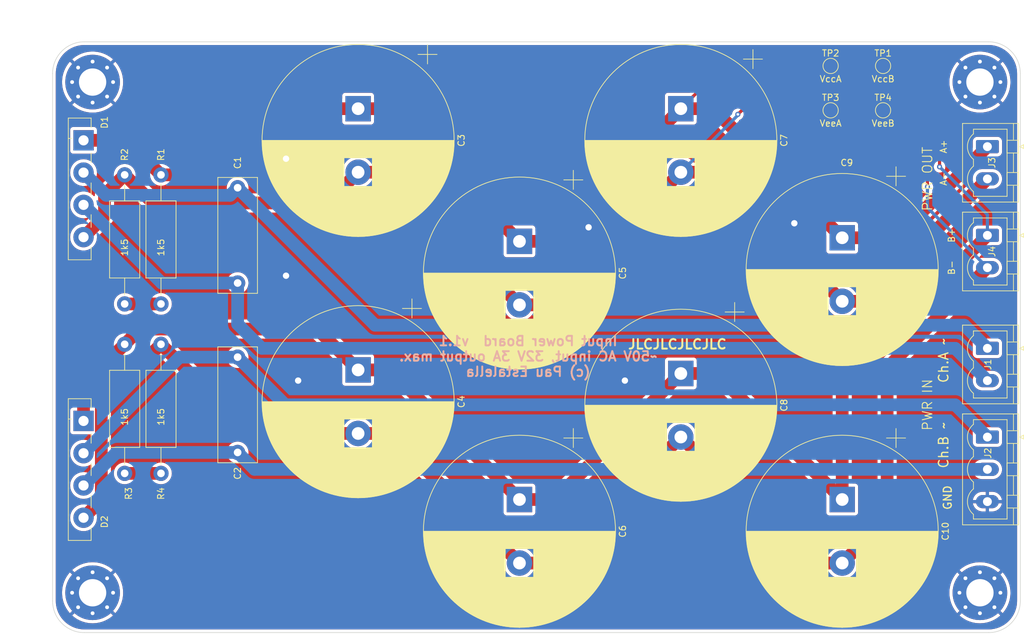
<source format=kicad_pcb>
(kicad_pcb (version 20211014) (generator pcbnew)
  (layers (0 "F.Cu" signal) (31 "B.Cu" signal) (34 "B.Paste" user) (35 "F.Paste" user) (36 "B.SilkS" user "B.Silkscreen") (37 "F.SilkS" user "F.Silkscreen") (38 "B.Mask" user) (39 "F.Mask" user) (44 "Edge.Cuts" user))
  (net 0 "")
  (net 1 "VccA")
  (net 2 "VeeA")
  (net 3 "VccB")
  (net 4 "VeeB")
  (net 5 "Earth")
  (net 6 "Net-(R3-Pad2)")
  (net 7 "Net-(R1-Pad2)")
  (net 8 "/ChAIn1")
  (net 9 "/ChAIn2")
  (net 10 "/ChBIn1")
  (net 11 "/ChBIn2")
  (footprint "Resistor_THT:R_Axial_DIN0414_L11.9mm_D4.5mm_P20.32mm_Horizontal" (layer "F.Cu") (at 125.73 114.935 90)
    (fp_text reference "R4" (at -3.175 0 90) (layer "F.SilkS"))
    (fp_text value "1k5" (at 8.89 0 90) (layer "F.SilkS"))
    (pad "1" thru_hole circle (at 0 0 90) (size 2.4 2.4) (drill 1.2) (layers *.Cu *.Mask) (net 6 "Net-(R3-Pad2)"))
    (pad "2" thru_hole oval (at 20.32 0 90) (size 2.4 2.4) (drill 1.2) (layers *.Cu *.Mask) (net 4 "VeeB"))
  )
  (footprint "Connector_Phoenix_MSTB:PhoenixContact_MSTBVA_2,5_3-G-5,08_1x03_P5.08mm_Vertical" (layer "F.Cu") (at 255.8175 109.22 -90)
    (fp_text reference "J2" (at 2.54 -0.0875 90) (layer "F.SilkS"))
    (fp_text value "Conn_01x03_Female")
    (pad "1" thru_hole roundrect (at 0 0 270) (size 2.08 3.6) (drill 1.4) (layers *.Cu *.Mask) (roundrect_rratio 0.1201918269) (net 11 "/ChBIn2"))
    (pad "2" thru_hole oval (at 5.08 0 270) (size 2.08 3.6) (drill 1.4) (layers *.Cu *.Mask) (net 10 "/ChBIn1"))
    (pad "3" thru_hole oval (at 10.16 0 270) (size 2.08 3.6) (drill 1.4) (layers *.Cu *.Mask) (net 5 "Earth"))
  )
  (footprint "MountingHole:MountingHole_4.3mm_M4_Pad_Via" (layer "F.Cu") (at 254.64 133.725419)
    (fp_text reference "H1")
    (fp_text value "MountingHole_Pad")
    (pad "1" thru_hole circle (at -3.225 0) (size 0.9 0.9) (drill 0.6) (layers *.Cu *.Mask) (net 5 "Earth"))
    (pad "1" thru_hole circle (at 3.225 0) (size 0.9 0.9) (drill 0.6) (layers *.Cu *.Mask) (net 5 "Earth"))
    (pad "1" thru_hole circle (at 0 0) (size 8.6 8.6) (drill 4.3) (layers *.Cu *.Mask) (net 5 "Earth"))
    (pad "1" thru_hole circle (at 0 -3.225) (size 0.9 0.9) (drill 0.6) (layers *.Cu *.Mask) (net 5 "Earth"))
    (pad "1" thru_hole circle (at 0 3.225) (size 0.9 0.9) (drill 0.6) (layers *.Cu *.Mask) (net 5 "Earth"))
    (pad "1" thru_hole circle (at -2.280419 -2.280419) (size 0.9 0.9) (drill 0.6) (layers *.Cu *.Mask) (net 5 "Earth"))
    (pad "1" thru_hole circle (at -2.280419 2.280419) (size 0.9 0.9) (drill 0.6) (layers *.Cu *.Mask) (net 5 "Earth"))
    (pad "1" thru_hole circle (at 2.280419 -2.280419) (size 0.9 0.9) (drill 0.6) (layers *.Cu *.Mask) (net 5 "Earth"))
    (pad "1" thru_hole circle (at 2.280419 2.280419) (size 0.9 0.9) (drill 0.6) (layers *.Cu *.Mask) (net 5 "Earth"))
  )
  (footprint "TestPoint:TestPoint_Pad_D2.0mm" (layer "F.Cu") (at 231.14 50.8)
    (fp_text reference "TP2" (at 0 -1.998) (layer "F.SilkS"))
    (fp_text value "VccA" (at 0 2.05) (layer "F.SilkS"))
    (pad "1" smd circle (at 0 0) (size 2 2) (layers "F.Cu" "F.Mask") (net 1 "VccA"))
  )
  (footprint "Capacitor_THT:CP_Radial_D30.0mm_P10.00mm_SnapIn" (layer "F.Cu") (at 182.16 119.050566 -90)
    (fp_text reference "C6" (at 5 -16.25 90) (layer "F.SilkS"))
    (fp_text value "6800uF")
    (pad "1" thru_hole rect (at 0 0 270) (size 4 4) (drill 2) (layers *.Cu *.Mask) (net 3 "VccB"))
    (pad "2" thru_hole circle (at 10 0 270) (size 4 4) (drill 2) (layers *.Cu *.Mask) (net 4 "VeeB"))
  )
  (footprint "TestPoint:TestPoint_Pad_D2.0mm" (layer "F.Cu") (at 231.14 57.785)
    (fp_text reference "TP3" (at 0 -1.998) (layer "F.SilkS"))
    (fp_text value "VeeA" (at 0 2.05) (layer "F.SilkS"))
    (pad "1" smd circle (at 0 0) (size 2 2) (layers "F.Cu" "F.Mask") (net 2 "VeeA"))
  )
  (footprint "MountingHole:MountingHole_4.3mm_M4_Pad_Via" (layer "F.Cu") (at 114.965 133.725419)
    (fp_text reference "H2")
    (fp_text value "MountingHole_Pad")
    (pad "1" thru_hole circle (at 2.280419 -2.280419) (size 0.9 0.9) (drill 0.6) (layers *.Cu *.Mask) (net 5 "Earth"))
    (pad "1" thru_hole circle (at -2.280419 -2.280419) (size 0.9 0.9) (drill 0.6) (layers *.Cu *.Mask) (net 5 "Earth"))
    (pad "1" thru_hole circle (at 3.225 0) (size 0.9 0.9) (drill 0.6) (layers *.Cu *.Mask) (net 5 "Earth"))
    (pad "1" thru_hole circle (at 0 -3.225) (size 0.9 0.9) (drill 0.6) (layers *.Cu *.Mask) (net 5 "Earth"))
    (pad "1" thru_hole circle (at 2.280419 2.280419) (size 0.9 0.9) (drill 0.6) (layers *.Cu *.Mask) (net 5 "Earth"))
    (pad "1" thru_hole circle (at -3.225 0) (size 0.9 0.9) (drill 0.6) (layers *.Cu *.Mask) (net 5 "Earth"))
    (pad "1" thru_hole circle (at -2.280419 2.280419) (size 0.9 0.9) (drill 0.6) (layers *.Cu *.Mask) (net 5 "Earth"))
    (pad "1" thru_hole circle (at 0 0) (size 8.6 8.6) (drill 4.3) (layers *.Cu *.Mask) (net 5 "Earth"))
    (pad "1" thru_hole circle (at 0 3.225) (size 0.9 0.9) (drill 0.6) (layers *.Cu *.Mask) (net 5 "Earth"))
  )
  (footprint "Capacitor_THT:CP_Radial_D30.0mm_P10.00mm_SnapIn" (layer "F.Cu") (at 232.96 119.050566 -90)
    (fp_text reference "C10" (at 5 -16.25 90) (layer "F.SilkS"))
    (fp_text value "6800uF")
    (pad "1" thru_hole rect (at 0 0 270) (size 4 4) (drill 2) (layers *.Cu *.Mask) (net 3 "VccB"))
    (pad "2" thru_hole circle (at 10 0 270) (size 4 4) (drill 2) (layers *.Cu *.Mask) (net 4 "VeeB"))
  )
  (footprint "Resistor_THT:R_Axial_DIN0414_L11.9mm_D4.5mm_P20.32mm_Horizontal" (layer "F.Cu") (at 125.73 67.945 -90)
    (fp_text reference "R1" (at -3.175 0 -90) (layer "F.SilkS"))
    (fp_text value "1k5" (at 11.43 0 -90) (layer "F.SilkS"))
    (pad "1" thru_hole circle (at 0 0 270) (size 2.4 2.4) (drill 1.2) (layers *.Cu *.Mask) (net 1 "VccA"))
    (pad "2" thru_hole oval (at 20.32 0 270) (size 2.4 2.4) (drill 1.2) (layers *.Cu *.Mask) (net 7 "Net-(R1-Pad2)"))
  )
  (footprint "Capacitor_THT:C_Rect_L18.0mm_W6.0mm_P15.00mm_FKS3_FKP3" (layer "F.Cu") (at 137.795 111.64 90)
    (fp_text reference "C2" (at -3.295 0 90) (layer "F.SilkS"))
    (fp_text value "C")
    (pad "1" thru_hole circle (at 0 0 90) (size 2.4 2.4) (drill 1.2) (layers *.Cu *.Mask) (net 10 "/ChBIn1"))
    (pad "2" thru_hole circle (at 15 0 90) (size 2.4 2.4) (drill 1.2) (layers *.Cu *.Mask) (net 11 "/ChBIn2"))
  )
  (footprint "Capacitor_THT:C_Rect_L18.0mm_W6.0mm_P15.00mm_FKS3_FKP3" (layer "F.Cu") (at 137.795 84.97 90)
    (fp_text reference "C1" (at 18.93 0 90) (layer "F.SilkS"))
    (fp_text value "C")
    (pad "1" thru_hole circle (at 0 0 90) (size 2.4 2.4) (drill 1.2) (layers *.Cu *.Mask) (net 8 "/ChAIn1"))
    (pad "2" thru_hole circle (at 15 0 90) (size 2.4 2.4) (drill 1.2) (layers *.Cu *.Mask) (net 9 "/ChAIn2"))
  )
  (footprint "Resistor_THT:R_Axial_DIN0414_L11.9mm_D4.5mm_P20.32mm_Horizontal" (layer "F.Cu") (at 120.015 88.265 90)
    (fp_text reference "R2" (at 23.495 0 90) (layer "F.SilkS"))
    (fp_text value "1k5" (at 8.89 0 90) (layer "F.SilkS"))
    (pad "1" thru_hole circle (at 0 0 90) (size 2.4 2.4) (drill 1.2) (layers *.Cu *.Mask) (net 7 "Net-(R1-Pad2)"))
    (pad "2" thru_hole oval (at 20.32 0 90) (size 2.4 2.4) (drill 1.2) (layers *.Cu *.Mask) (net 2 "VeeA"))
  )
  (footprint "Capacitor_THT:CP_Radial_D30.0mm_P10.00mm_SnapIn" (layer "F.Cu") (at 207.56 99.212632 -90)
    (fp_text reference "C8" (at 5 -16.25 90) (layer "F.SilkS"))
    (fp_text value "6800uF")
    (pad "1" thru_hole rect (at 0 0 270) (size 4 4) (drill 2) (layers *.Cu *.Mask) (net 3 "VccB"))
    (pad "2" thru_hole circle (at 10 0 270) (size 4 4) (drill 2) (layers *.Cu *.Mask) (net 4 "VeeB"))
  )
  (footprint "Capacitor_THT:CP_Radial_D30.0mm_P10.00mm_SnapIn" (layer "F.Cu") (at 207.56 57.5285 -90)
    (fp_text reference "C7" (at 5 -16.25 90) (layer "F.SilkS"))
    (fp_text value "6800uF")
    (pad "1" thru_hole rect (at 0 0 270) (size 4 4) (drill 2) (layers *.Cu *.Mask) (net 1 "VccA"))
    (pad "2" thru_hole circle (at 10 0 270) (size 4 4) (drill 2) (layers *.Cu *.Mask) (net 2 "VeeA"))
  )
  (footprint "MountingHole:MountingHole_4.3mm_M4_Pad_Via" (layer "F.Cu") (at 114.965 53.34)
    (fp_text reference "H4")
    (fp_text value "MountingHole_Pad")
    (pad "1" thru_hole circle (at 2.280419 -2.280419) (size 0.9 0.9) (drill 0.6) (layers *.Cu *.Mask) (net 5 "Earth"))
    (pad "1" thru_hole circle (at -2.280419 2.280419) (size 0.9 0.9) (drill 0.6) (layers *.Cu *.Mask) (net 5 "Earth"))
    (pad "1" thru_hole circle (at 0 3.225) (size 0.9 0.9) (drill 0.6) (layers *.Cu *.Mask) (net 5 "Earth"))
    (pad "1" thru_hole circle (at 2.280419 2.280419) (size 0.9 0.9) (drill 0.6) (layers *.Cu *.Mask) (net 5 "Earth"))
    (pad "1" thru_hole circle (at 3.225 0) (size 0.9 0.9) (drill 0.6) (layers *.Cu *.Mask) (net 5 "Earth"))
    (pad "1" thru_hole circle (at 0 -3.225) (size 0.9 0.9) (drill 0.6) (layers *.Cu *.Mask) (net 5 "Earth"))
    (pad "1" thru_hole circle (at -3.225 0) (size 0.9 0.9) (drill 0.6) (layers *.Cu *.Mask) (net 5 "Earth"))
    (pad "1" thru_hole circle (at 0 0) (size 8.6 8.6) (drill 4.3) (layers *.Cu *.Mask) (net 5 "Earth"))
    (pad "1" thru_hole circle (at -2.280419 -2.280419) (size 0.9 0.9) (drill 0.6) (layers *.Cu *.Mask) (net 5 "Earth"))
  )
  (footprint "MountingHole:MountingHole_4.3mm_M4_Pad_Via" (layer "F.Cu") (at 254.64 53.34)
    (fp_text reference "H3")
    (fp_text value "MountingHole_Pad")
    (pad "1" thru_hole circle (at 0 3.225) (size 0.9 0.9) (drill 0.6) (layers *.Cu *.Mask) (net 5 "Earth"))
    (pad "1" thru_hole circle (at 0 -3.225) (size 0.9 0.9) (drill 0.6) (layers *.Cu *.Mask) (net 5 "Earth"))
    (pad "1" thru_hole circle (at 2.280419 -2.280419) (size 0.9 0.9) (drill 0.6) (layers *.Cu *.Mask) (net 5 "Earth"))
    (pad "1" thru_hole circle (at -2.280419 -2.280419) (size 0.9 0.9) (drill 0.6) (layers *.Cu *.Mask) (net 5 "Earth"))
    (pad "1" thru_hole circle (at -2.280419 2.280419) (size 0.9 0.9) (drill 0.6) (layers *.Cu *.Mask) (net 5 "Earth"))
    (pad "1" thru_hole circle (at 2.280419 2.280419) (size 0.9 0.9) (drill 0.6) (layers *.Cu *.Mask) (net 5 "Earth"))
    (pad "1" thru_hole circle (at -3.225 0) (size 0.9 0.9) (drill 0.6) (layers *.Cu *.Mask) (net 5 "Earth"))
    (pad "1" thru_hole circle (at 3.225 0) (size 0.9 0.9) (drill 0.6) (layers *.Cu *.Mask) (net 5 "Earth"))
    (pad "1" thru_hole circle (at 0 0) (size 8.6 8.6) (drill 4.3) (layers *.Cu *.Mask) (net 5 "Earth"))
  )
  (footprint "Connector_Phoenix_MSTB:PhoenixContact_MSTBVA_2,5_2-G-5,08_1x02_P5.08mm_Vertical" (layer "F.Cu") (at 255.8175 63.5 -90)
    (fp_text reference "J3" (at 2.54 -0.7225 90) (layer "F.SilkS"))
    (fp_text value "Conn_01x02_Female")
    (pad "1" thru_hole roundrect (at 0 0 270) (size 2.08 3.6) (drill 1.4) (layers *.Cu *.Mask) (roundrect_rratio 0.1201918269) (net 1 "VccA"))
    (pad "2" thru_hole oval (at 5.08 0 270) (size 2.08 3.6) (drill 1.4) (layers *.Cu *.Mask) (net 2 "VeeA"))
  )
  (footprint "Connector_Phoenix_MSTB:PhoenixContact_MSTBVA_2,5_2-G-5,08_1x02_P5.08mm_Vertical" (layer "F.Cu") (at 255.8175 95.25 -90)
    (fp_text reference "J1" (at 2.54 -0.0875 90) (layer "F.SilkS"))
    (fp_text value "Conn_01x02_Female")
    (pad "1" thru_hole roundrect (at 0 0 270) (size 2.08 3.6) (drill 1.4) (layers *.Cu *.Mask) (roundrect_rratio 0.1201918269) (net 9 "/ChAIn2"))
    (pad "2" thru_hole oval (at 5.08 0 270) (size 2.08 3.6) (drill 1.4) (layers *.Cu *.Mask) (net 8 "/ChAIn1"))
  )
  (footprint "Capacitor_THT:CP_Radial_D30.0mm_P10.00mm_SnapIn" (layer "F.Cu") (at 156.76 98.650566 -90)
    (fp_text reference "C4" (at 5 -16.25 90) (layer "F.SilkS"))
    (fp_text value "6800uF")
    (pad "1" thru_hole rect (at 0 0 270) (size 4 4) (drill 2) (layers *.Cu *.Mask) (net 3 "VccB"))
    (pad "2" thru_hole circle (at 10 0 270) (size 4 4) (drill 2) (layers *.Cu *.Mask) (net 4 "VeeB"))
  )
  (footprint "Capacitor_THT:CP_Radial_D30.0mm_P10.00mm_SnapIn" (layer "F.Cu") (at 156.76 57.5285 -90)
    (fp_text reference "C3" (at 5 -16.25 90) (layer "F.SilkS"))
    (fp_text value "6800uF")
    (pad "1" thru_hole rect (at 0 0 270) (size 4 4) (drill 2) (layers *.Cu *.Mask) (net 1 "VccA"))
    (pad "2" thru_hole circle (at 10 0 270) (size 4 4) (drill 2) (layers *.Cu *.Mask) (net 2 "VeeA"))
  )
  (footprint "TestPoint:TestPoint_Pad_D2.0mm" (layer "F.Cu") (at 239.395 57.785)
    (fp_text reference "TP4" (at 0 -1.998) (layer "F.SilkS"))
    (fp_text value "VeeB" (at 0 2.05) (layer "F.SilkS"))
    (pad "1" smd circle (at 0 0) (size 2 2) (layers "F.Cu" "F.Mask") (net 4 "VeeB"))
  )
  (footprint "Connector_Phoenix_MSTB:PhoenixContact_MSTBVA_2,5_2-G-5,08_1x02_P5.08mm_Vertical" (layer "F.Cu") (at 255.8175 77.47 -90)
    (fp_text reference "J4" (at 2.54 -0.7225 90) (layer "F.SilkS"))
    (fp_text value "Conn_01x02_Female")
    (pad "1" thru_hole roundrect (at 0 0 270) (size 2.08 3.6) (drill 1.4) (layers *.Cu *.Mask) (roundrect_rratio 0.1201918269) (net 3 "VccB"))
    (pad "2" thru_hole oval (at 5.08 0 270) (size 2.08 3.6) (drill 1.4) (layers *.Cu *.Mask) (net 4 "VeeB"))
  )
  (footprint "Resistor_THT:R_Axial_DIN0414_L11.9mm_D4.5mm_P20.32mm_Horizontal" (layer "F.Cu") (at 120.015 94.615 -90)
    (fp_text reference "R3" (at 23.495 -0.635 -90) (layer "F.SilkS"))
    (fp_text value "1k5" (at 11.43 0 -90) (layer "F.SilkS"))
    (pad "1" thru_hole circle (at 0 0 270) (size 2.4 2.4) (drill 1.2) (layers *.Cu *.Mask) (net 3 "VccB"))
    (pad "2" thru_hole oval (at 20.32 0 270) (size 2.4 2.4) (drill 1.2) (layers *.Cu *.Mask) (net 6 "Net-(R3-Pad2)"))
  )
  (footprint "Diode_THT:Diode_Bridge_Vishay_GBU" (layer "F.Cu") (at 113.54 62.51 -90)
    (fp_text reference "D1" (at -2.82 -3.3 90) (layer "F.SilkS"))
    (fp_text value "GBU8K")
    (pad "1" thru_hole rect (at 0 0 270) (size 3.2 3.2) (drill 1.6) (layers *.Cu *.Mask) (net 1 "VccA"))
    (pad "2" thru_hole circle (at 5.08 0 270) (size 3.2 3.2) (drill 1.6) (layers *.Cu *.Mask) (net 9 "/ChAIn2"))
    (pad "3" thru_hole circle (at 10.16 0 270) (size 3.2 3.2) (drill 1.6) (layers *.Cu *.Mask) (net 8 "/ChAIn1"))
    (pad "4" thru_hole circle (at 15.24 0 270) (size 3.2 3.2) (drill 1.6) (layers *.Cu *.Mask) (net 2 "VeeA"))
  )
  (footprint "Capacitor_THT:CP_Radial_D30.0mm_P10.00mm_SnapIn" (layer "F.Cu") (at 232.96 77.8485 -90)
    (fp_text reference "C9" (at -11.8085 -0.72 180) (layer "F.SilkS"))
    (fp_text value "6800uF")
    (pad "1" thru_hole rect (at 0 0 270) (size 4 4) (drill 2) (layers *.Cu *.Mask) (net 1 "VccA"))
    (pad "2" thru_hole circle (at 10 0 270) (size 4 4) (drill 2) (layers *.Cu *.Mask) (net 2 "VeeA"))
  )
  (footprint "Capacitor_THT:CP_Radial_D30.0mm_P10.00mm_SnapIn" (layer "F.Cu") (at 182.16 78.410566 -90)
    (fp_text reference "C5" (at 5 -16.25 90) (layer "F.SilkS"))
    (fp_text value "6800uF")
    (pad "1" thru_hole rect (at 0 0 270) (size 4 4) (drill 2) (layers *.Cu *.Mask) (net 1 "VccA"))
    (pad "2" thru_hole circle (at 10 0 270) (size 4 4) (drill 2) (layers *.Cu *.Mask) (net 2 "VeeA"))
  )
  (footprint "TestPoint:TestPoint_Pad_D2.0mm" (layer "F.Cu") (at 239.395 50.8)
    (fp_text reference "TP1" (at 0 -1.998) (layer "F.SilkS"))
    (fp_text value "VccB" (at 0 2.05) (layer "F.SilkS"))
    (pad "1" smd circle (at 0 0) (size 2 2) (layers "F.Cu" "F.Mask") (net 3 "VccB"))
  )
  (footprint "Footprints:Heatsink_custom_85x4mm_3xFixationM3" (layer "F.Cu") (at 107.95 125.63 90)
    (fp_text reference "HS1")
    (fp_text value "Heatsink")
  )
  (footprint "Diode_THT:Diode_Bridge_Vishay_GBU" (layer "F.Cu") (at 113.54 106.68 -90)
    (fp_text reference "D2" (at 15.875 -3.3 90) (layer "F.SilkS"))
    (fp_text value "GBU8K")
    (pad "1" thru_hole rect (at 0 0 270) (size 3.2 3.2) (drill 1.6) (layers *.Cu *.Mask) (net 3 "VccB"))
    (pad "2" thru_hole circle (at 5.08 0 270) (size 3.2 3.2) (drill 1.6) (layers *.Cu *.Mask) (net 11 "/ChBIn2"))
    (pad "3" thru_hole circle (at 10.16 0 270) (size 3.2 3.2) (drill 1.6) (layers *.Cu *.Mask) (net 10 "/ChBIn1"))
    (pad "4" thru_hole circle (at 15.24 0 270) (size 3.2 3.2) (drill 1.6) (layers *.Cu *.Mask) (net 4 "VeeB"))
  )
  (gr_line (start 261 135) (end 261 52) (layer "Edge.Cuts") (width 0.1))
  (gr_line (start 256 47) (end 113.665 47) (layer "Edge.Cuts") (width 0.1))
  (gr_line (start 108.665 52) (end 108.665 135) (layer "Edge.Cuts") (width 0.1))
  (gr_arc (start 108.665 52) (mid 110.129466 48.464466) (end 113.665 47) (layer "Edge.Cuts") (width 0.1))
  (gr_arc (start 113.665 140) (mid 110.129466 138.535534) (end 108.665 135) (layer "Edge.Cuts") (width 0.1))
  (gr_line (start 113.665 140) (end 256 140) (layer "Edge.Cuts") (width 0.1))
  (gr_arc (start 256 47) (mid 259.535534 48.464466) (end 261 52) (layer "Edge.Cuts") (width 0.1))
  (gr_arc (start 261 135) (mid 259.535534 138.535534) (end 256 140) (layer "Edge.Cuts") (width 0.1))
  (gr_text "Input Power Board  v1.1\n~50V AC input, 32V 3A output max.\n(c) Pau Estalella" (at 183.515 96.52) (layer "B.SilkS") (effects (font (size 1.5 1.5) (thickness 0.3)) (justify mirror)))
  (gr_text "PWR IN" (at 246.38 104.14 90) (layer "F.SilkS") (effects (font (size 1.5 1.5))))
  (gr_text "A+" (at 248.92 63.5 90) (layer "F.SilkS") (effects (font (size 1 1))))
  (gr_text "Ch.B ~" (at 248.92 110.49 90) (layer "F.SilkS") (effects (font (size 1.5 1.5) (thickness 0.2))))
  (gr_text "PWR OUT" (at 246.38 68.58 90) (layer "F.SilkS") (effects (font (size 1.5 1.5))))
  (gr_text "B-" (at 250.19 82.55 90) (layer "F.SilkS") (effects (font (size 1 1))))
  (gr_text "B+" (at 250.19 77.47 90) (layer "F.SilkS") (effects (font (size 1 1))))
  (gr_text "Ch.A ~" (at 248.92 97.155 90) (layer "F.SilkS") (effects (font (size 1.5 1.5) (thickness 0.2))))
  (gr_text "JLCJLCJLCJLC" (at 207.01 94.615) (layer "F.SilkS") (effects (font (size 1.5 1.5) (thickness 0.3))))
  (gr_text "A-" (at 248.92 68.58 90) (layer "F.SilkS") (effects (font (size 1 1))))
  (gr_text "GND" (at 249.555 118.745 90) (layer "F.SilkS") (effects (font (size 1.25 1.25) (thickness 0.2))))
  (segment (start 125.73 67.945) (end 120.295 62.51) (width 2) (layer "F.Cu") (net 1))
  (segment (start 232.96 77.8485) (end 241.469 77.8485) (width 2) (layer "F.Cu") (net 1))
  (segment (start 207.56 57.5285) (end 212.64 57.5285) (width 2) (layer "F.Cu") (net 1))
  (segment (start 212.64 57.5285) (end 232.96 77.8485) (width 2) (layer "F.Cu") (net 1))
  (segment (start 186.677934 78.410566) (end 207.56 57.5285) (width 2) (layer "F.Cu") (net 1))
  (segment (start 182.16 78.410566) (end 186.677934 78.410566) (width 2) (layer "F.Cu") (net 1))
  (segment (start 241.469 77.8485) (end 255.8175 63.5) (width 2) (layer "F.Cu") (net 1))
  (segment (start 156.76 57.5285) (end 161.277934 57.5285) (width 2) (layer "F.Cu") (net 1))
  (segment (start 161.277934 57.5285) (end 182.16 78.410566) (width 2) (layer "F.Cu") (net 1))
  (segment (start 133.35 67.945) (end 143.7665 57.5285) (width 2) (layer "F.Cu") (net 1))
  (segment (start 120.295 62.51) (end 113.54 62.51) (width 2) (layer "F.Cu") (net 1))
  (segment (start 231.14 50.8) (end 214.2885 50.8) (width 0.5) (layer "F.Cu") (net 1))
  (segment (start 143.7665 57.5285) (end 156.76 57.5285) (width 2) (layer "F.Cu") (net 1))
  (segment (start 214.2885 50.8) (end 207.56 57.5285) (width 0.5) (layer "F.Cu") (net 1))
  (segment (start 125.73 67.945) (end 133.35 67.945) (width 2) (layer "F.Cu") (net 1))
  (segment (start 116.84 71.12) (end 116.84 74.45) (width 2) (layer "F.Cu") (net 2))
  (segment (start 124.439511 72.369511) (end 151.918989 72.369511) (width 2) (layer "F.Cu") (net 2))
  (segment (start 231.14 57.785) (end 217.17 57.785) (width 0.5) (layer "F.Cu") (net 2))
  (segment (start 212.64 67.5285) (end 232.96 87.8485) (width 2) (layer "F.Cu") (net 2))
  (segment (start 120.015 67.945) (end 124.439511 72.369511) (width 2) (layer "F.Cu") (net 2))
  (segment (start 120.015 67.945) (end 116.84 71.12) (width 2) (layer "F.Cu") (net 2))
  (segment (start 182.16 88.410566) (end 186.677934 88.410566) (width 2) (layer "F.Cu") (net 2))
  (segment (start 186.677934 88.410566) (end 207.56 67.5285) (width 2) (layer "F.Cu") (net 2))
  (segment (start 161.277934 67.5285) (end 182.16 88.410566) (width 2) (layer "F.Cu") (net 2))
  (segment (start 236.549 87.8485) (end 255.8175 68.58) (width 2) (layer "F.Cu") (net 2))
  (segment (start 207.56 67.5285) (end 212.64 67.5285) (width 2) (layer "F.Cu") (net 2))
  (segment (start 232.96 87.8485) (end 236.549 87.8485) (width 2) (layer "F.Cu") (net 2))
  (segment (start 156.76 67.5285) (end 161.277934 67.5285) (width 2) (layer "F.Cu") (net 2))
  (segment (start 217.17 57.785) (end 216.535 58.42) (width 0.5) (layer "F.Cu") (net 2))
  (segment (start 116.84 74.45) (end 113.54 77.75) (width 2) (layer "F.Cu") (net 2))
  (segment (start 151.918989 72.369511) (end 156.76 67.5285) (width 2) (layer "F.Cu") (net 2))
  (via (at 216.535 58.42) (size 0.8) (drill 0.4) (layers "F.Cu" "B.Cu") (net 2))
  (segment (start 216.535 58.42) (end 216.535 58.5535) (width 0.5) (layer "B.Cu") (net 2))
  (segment (start 216.535 58.5535) (end 207.56 67.5285) (width 0.5) (layer "B.Cu") (net 2))
  (segment (start 248.285 59.69) (end 248.285 66.675) (width 0.5) (layer "F.Cu") (net 3))
  (segment (start 239.395 50.8) (end 248.285 59.69) (width 0.5) (layer "F.Cu") (net 3))
  (segment (start 113.54 101.09) (end 113.54 106.68) (width 2) (layer "F.Cu") (net 3))
  (segment (start 207.56 99.212632) (end 213.122066 99.212632) (width 2) (layer "F.Cu") (net 3))
  (segment (start 156.76 98.650566) (end 161.76 98.650566) (width 2) (layer "F.Cu") (net 3))
  (segment (start 232.96 119.050566) (end 232.96 100.3275) (width 2) (layer "F.Cu") (net 3))
  (segment (start 182.16 119.050566) (end 187.722066 119.050566) (width 2) (layer "F.Cu") (net 3))
  (segment (start 122.414511 92.215489) (end 150.324923 92.215489) (width 2) (layer "F.Cu") (net 3))
  (segment (start 150.324923 92.215489) (end 156.76 98.650566) (width 2) (layer "F.Cu") (net 3))
  (segment (start 120.015 94.615) (end 122.414511 92.215489) (width 2) (layer "F.Cu") (net 3))
  (segment (start 213.122066 99.212632) (end 232.96 119.050566) (width 2) (layer "F.Cu") (net 3))
  (segment (start 187.722066 119.050566) (end 207.56 99.212632) (width 2) (layer "F.Cu") (net 3))
  (segment (start 232.96 100.3275) (end 255.8175 77.47) (width 2) (layer "F.Cu") (net 3))
  (segment (start 161.76 98.650566) (end 182.16 119.050566) (width 2) (layer "F.Cu") (net 3))
  (segment (start 120.015 94.615) (end 113.54 101.09) (width 2) (layer "F.Cu") (net 3))
  (via (at 248.285 66.675) (size 0.8) (drill 0.4) (layers "F.Cu" "B.Cu") (net 3))
  (segment (start 248.285 66.675) (end 255.8175 74.2075) (width 0.5) (layer "B.Cu") (net 3))
  (segment (start 255.8175 74.2075) (end 255.8175 77.47) (width 0.5) (layer "B.Cu") (net 3))
  (segment (start 227.397934 129.050566) (end 232.96 129.050566) (width 2) (layer "F.Cu") (net 4))
  (segment (start 156.76 108.650566) (end 139.765566 108.650566) (width 2) (layer "F.Cu") (net 4))
  (segment (start 156.76 108.650566) (end 161.76 108.650566) (width 2) (layer "F.Cu") (net 4))
  (segment (start 246.38 64.77) (end 246.38 69.85) (width 0.5) (layer "F.Cu") (net 4))
  (segment (start 182.16 129.050566) (end 187.722066 129.050566) (width 2) (layer "F.Cu") (net 4))
  (segment (start 240.03 121.980566) (end 240.03 98.3375) (width 2) (layer "F.Cu") (net 4))
  (segment (start 207.56 109.212632) (end 227.397934 129.050566) (width 2) (layer "F.Cu") (net 4))
  (segment (start 161.76 108.650566) (end 182.16 129.050566) (width 2) (layer "F.Cu") (net 4))
  (segment (start 232.96 129.050566) (end 240.03 121.980566) (width 2) (layer "F.Cu") (net 4))
  (segment (start 239.395 57.785) (end 246.38 64.77) (width 0.5) (layer "F.Cu") (net 4))
  (segment (start 240.03 98.3375) (end 255.8175 82.55) (width 2) (layer "F.Cu") (net 4))
  (segment (start 116.339511 104.005489) (end 125.73 94.615) (width 2) (layer "F.Cu") (net 4))
  (segment (start 187.722066 129.050566) (end 207.56 109.212632) (width 2) (layer "F.Cu") (net 4))
  (segment (start 116.339511 119.120489) (end 116.339511 104.005489) (width 2) (layer "F.Cu") (net 4))
  (segment (start 139.765566 108.650566) (end 125.73 94.615) (width 2) (layer "F.Cu") (net 4))
  (segment (start 113.54 121.92) (end 116.339511 119.120489) (width 2) (layer "F.Cu") (net 4))
  (via (at 246.38 69.85) (size 0.8) (drill 0.4) (layers "F.Cu" "B.Cu") (net 4))
  (segment (start 246.38 73.1125) (end 255.8175 82.55) (width 0.5) (layer "B.Cu") (net 4))
  (segment (start 246.38 69.85) (end 246.38 73.1125) (width 0.5) (layer "B.Cu") (net 4))
  (via (at 193.04 76.2) (size 2) (drill 1) (layers "F.Cu" "B.Cu") (net 5))
  (via (at 145.415 83.82) (size 2) (drill 1) (layers "F.Cu" "B.Cu") (net 5))
  (via (at 147.32 100.33) (size 2) (drill 1) (layers "F.Cu" "B.Cu") (net 5))
  (via (at 145.415 65.405) (size 2) (drill 1) (layers "F.Cu" "B.Cu") (net 5))
  (via (at 225.425 75.565) (size 2) (drill 1) (layers "F.Cu" "B.Cu") (net 5))
  (via (at 198.755 100.33) (size 2) (drill 1) (layers "F.Cu" "B.Cu") (net 5))
  (segment (start 120.015 114.935) (end 125.73 114.935) (width 2) (layer "F.Cu") (net 6))
  (segment (start 120.015 88.265) (end 125.73 88.265) (width 2) (layer "F.Cu") (net 7))
  (segment (start 125.84 84.97) (end 113.54 72.67) (width 2) (layer "B.Cu") (net 8))
  (segment (start 137.795 84.97) (end 125.84 84.97) (width 2) (layer "B.Cu") (net 8))
  (segment (start 255.8175 100.33) (end 250.7375 95.25) (width 2) (layer "B.Cu") (net 8))
  (segment (start 250.7375 95.25) (end 141.605 95.25) (width 2) (layer "B.Cu") (net 8))
  (segment (start 137.795 91.44) (end 137.795 84.97) (width 2) (layer "B.Cu") (net 8))
  (segment (start 141.605 95.25) (end 137.795 91.44) (width 2) (layer "B.Cu") (net 8))
  (segment (start 136.595 71.17) (end 117.12 71.17) (width 2) (layer "B.Cu") (net 9))
  (segment (start 252.177577 91.610077) (end 159.435077 91.610077) (width 2) (layer "B.Cu") (net 9))
  (segment (start 137.795 69.97) (end 136.595 71.17) (width 2) (layer "B.Cu") (net 9))
  (segment (start 159.435077 91.610077) (end 137.795 69.97) (width 2) (layer "B.Cu") (net 9))
  (segment (start 255.8175 95.25) (end 252.177577 91.610077) (width 2) (layer "B.Cu") (net 9))
  (segment (start 117.12 71.17) (end 113.54 67.59) (width 2) (layer "B.Cu") (net 9))
  (segment (start 118.865 111.64) (end 137.795 111.64) (width 2) (layer "B.Cu") (net 10))
  (segment (start 113.54 116.84) (end 118.62 111.76) (width 2) (layer "B.Cu") (net 10))
  (segment (start 118.62 111.76) (end 118.745 111.76) (width 2) (layer "B.Cu") (net 10))
  (segment (start 118.745 111.76) (end 118.865 111.64) (width 2) (layer "B.Cu") (net 10))
  (segment (start 255.8175 114.3) (end 140.455 114.3) (width 2) (layer "B.Cu") (net 10))
  (segment (start 140.455 114.3) (end 137.795 111.64) (width 2) (layer "B.Cu") (net 10))
  (segment (start 137.795 96.64) (end 128.66 96.64) (width 2) (layer "B.Cu") (net 11))
  (segment (start 146.685 104.14) (end 145.295 104.14) (width 2) (layer "B.Cu") (net 11))
  (segment (start 128.66 96.64) (end 113.54 111.76) (width 2) (layer "B.Cu") (net 11))
  (segment (start 255.8175 109.22) (end 250.7375 104.14) (width 2) (layer "B.Cu") (net 11))
  (segment (start 250.7375 104.14) (end 146.685 104.14) (width 2) (layer "B.Cu") (net 11))
  (segment (start 145.295 104.14) (end 137.795 96.64) (width 2) (layer "B.Cu") (net 11))
  (zone (net 5) (net_name "Earth") (layers F&B.Cu) (connect_pads (clearance 0.508)) (min_thickness 0.254) (fill yes (thermal_gap 0.508) (thermal_bridge_width 0.508))
    (polygon (pts (xy 261.4 140.415) (xy 108.32 140.415) (xy 108.32 46.555) (xy 261.4 46.555)))
  )
)
</source>
